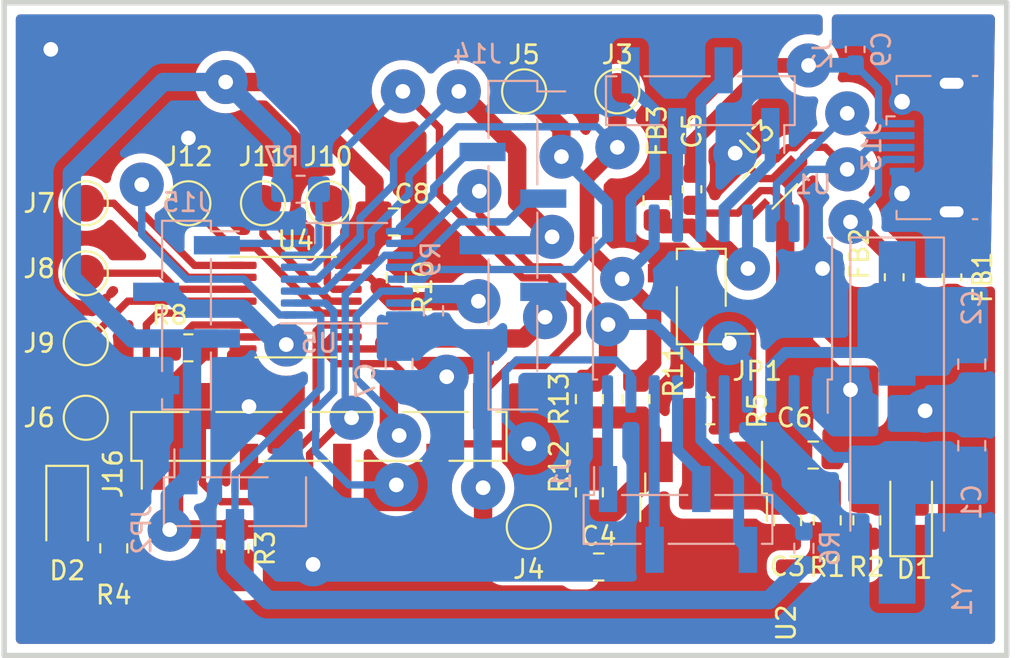
<source format=kicad_pcb>
(kicad_pcb (version 20210126) (generator pcbnew)
  (layers (0 "F.Cu" signal) (31 "B.Cu" signal) (34 "B.Paste" user) (35 "F.Paste" user) (36 "B.SilkS" user "B.Silkscreen") (37 "F.SilkS" user "F.Silkscreen") (38 "B.Mask" user) (39 "F.Mask" user) (44 "Edge.Cuts" user))
  (net 0 "")
  (net 1 "GNDD")
  (net 2 "Net-(C1-Pad1)")
  (net 3 "Net-(C2-Pad2)")
  (net 4 "+5V")
  (net 5 "+3V3")
  (net 6 "Net-(C5-Pad2)")
  (net 7 "GND2")
  (net 8 "VBUS")
  (net 9 "Net-(D1-Pad2)")
  (net 10 "Net-(D2-Pad2)")
  (net 11 "GND1")
  (net 12 "/GPIO1")
  (net 13 "/GPIO3")
  (net 14 "/GPIO2")
  (net 15 "/GPIO4")
  (net 16 "/GPIO5")
  (net 17 "/GPIO7")
  (net 18 "/GPIO6")
  (net 19 "/GPIO8")
  (net 20 "/MISO")
  (net 21 "/MOSI")
  (net 22 "/SCK")
  (net 23 "Net-(J7-Pad1)")
  (net 24 "Net-(J8-Pad1)")
  (net 25 "Net-(J9-Pad1)")
  (net 26 "Net-(J10-Pad1)")
  (net 27 "Net-(J11-Pad1)")
  (net 28 "Net-(J12-Pad1)")
  (net 29 "/USB_D-")
  (net 30 "/USB_D+")
  (net 31 "/DO")
  (net 32 "/~CS")
  (net 33 "/DI")
  (net 34 "/SCLK")
  (net 35 "/DAT1{slash}~IRQ")
  (net 36 "/DAT1_snif")
  (net 37 "/CLK_snif")
  (net 38 "/CD_snif")
  (net 39 "/DAT0_snif")
  (net 40 "/CMD_snif")
  (net 41 "/DAT2_snif")
  (net 42 "Net-(JP1-Pad1)")
  (net 43 "/SELECT")
  (net 44 "Net-(R1-Pad2)")
  (net 45 "Net-(R3-Pad2)")
  (net 46 "/GPIO0")
  (net 47 "Net-(R8-Pad2)")
  (net 48 "/EN")
  (net 49 "/DAT2")
  (net 50 "Net-(R7-Pad2)")
  (footprint "Capacitor_SMD:C_0805_2012Metric_Pad1.18x1.45mm_HandSolder" (layer "F.Cu") (at 139.7 146.304)
    (fp_text reference "C4")
    (fp_text value "1u")
  )
  (footprint "TestPoint:TestPoint_Pad_D2.0mm" (layer "F.Cu") (at 111.76 138.176)
    (fp_text reference "J6")
    (fp_text value "Conn_01x01")
  )
  (footprint "Inductor_SMD:L_0603_1608Metric_Pad1.05x0.95mm_HandSolder" (layer "F.Cu") (at 158.941516 130.530859 90)
    (fp_text reference "FB1")
    (fp_text value "Ferrite_Bead")
  )
  (footprint "TestPoint:TestPoint_Pad_D2.0mm" (layer "F.Cu") (at 111.76 126.492)
    (fp_text reference "J7")
    (fp_text value "Conn_01x01")
  )
  (footprint "Capacitor_SMD:C_0805_2012Metric_Pad1.18x1.45mm_HandSolder" (layer "F.Cu") (at 142.875 126.365 -90)
    (fp_text reference "C5")
    (fp_text value "0.47u")
  )
  (footprint "Package_SO:TSSOP-16_4.4x5mm_P0.65mm" (layer "F.Cu") (at 123.19 132.151)
    (fp_text reference "U4")
    (fp_text value "SN3257QPWRQ1")
  )
  (footprint "TestPoint:TestPoint_Pad_D2.0mm" (layer "F.Cu") (at 111.76 130.302)
    (fp_text reference "J8")
    (fp_text value "Conn_01x01")
  )
  (footprint "Resistor_SMD:R_0805_2012Metric_Pad1.20x1.40mm_HandSolder" (layer "F.Cu") (at 139.192 137.16 90)
    (fp_text reference "R13")
    (fp_text value "10k")
  )
  (footprint "Resistor_SMD:R_0805_2012Metric_Pad1.20x1.40mm_HandSolder" (layer "F.Cu") (at 139.192 142.24 -90)
    (fp_text reference "R12")
    (fp_text value "10k")
  )
  (footprint "Package_TO_SOT_SMD:TO-252-2" (layer "F.Cu") (at 145.415 144.78 -90)
    (fp_text reference "U2")
    (fp_text value "LF33_TO252")
  )
  (footprint "Resistor_SMD:R_0805_2012Metric_Pad1.20x1.40mm_HandSolder" (layer "F.Cu") (at 154.305 143.764 90)
    (fp_text reference "R2")
    (fp_text value "200")
  )
  (footprint "Capacitor_SMD:C_0805_2012Metric_Pad1.18x1.45mm_HandSolder" (layer "F.Cu") (at 128.524 127.508 180)
    (fp_text reference "C8")
    (fp_text value "1u")
  )
  (footprint "Resistor_SMD:R_0805_2012Metric_Pad1.20x1.40mm_HandSolder" (layer "F.Cu") (at 119.888 145.288 -90)
    (fp_text reference "R3")
    (fp_text value "110")
  )
  (footprint "TestPoint:TestPoint_Pad_D2.0mm" (layer "F.Cu") (at 124.968 126.492)
    (fp_text reference "J10")
    (fp_text value "Conn_01x01")
  )
  (footprint "TestPoint:TestPoint_Pad_D2.0mm" (layer "F.Cu") (at 135.89 144.1196)
    (fp_text reference "J4")
    (fp_text value "Conn_01x01")
  )
  (footprint "Connector_PinHeader_2.54mm:PinHeader_1x08_P2.54mm_Vertical_SMD_Pin1Left" (layer "F.Cu") (at 124.46 139.192 90)
    (fp_text reference "J16")
    (fp_text value "Conn_01x08")
  )
  (footprint "TestPoint:TestPoint_Pad_D2.0mm" (layer "F.Cu") (at 111.76 134.112)
    (fp_text reference "J9")
    (fp_text value "Conn_01x01")
  )
  (footprint "Capacitor_SMD:C_0805_2012Metric_Pad1.18x1.45mm_HandSolder" (layer "F.Cu") (at 149.987 143.764 -90)
    (fp_text reference "C3")
    (fp_text value "1u")
  )
  (footprint "Resistor_SMD:R_0603_1608Metric_Pad0.98x0.95mm_HandSolder" (layer "F.Cu") (at 128.6764 130.556 -90)
    (fp_text reference "R10")
    (fp_text value "0R")
  )
  (footprint "Package_TO_SOT_SMD:SOT-363_SC-70-6_Handsoldering" (layer "F.Cu") (at 148.844 125.476 -135)
    (fp_text reference "U3")
    (fp_text value "D1213A-04S")
  )
  (footprint "TestPoint:TestPoint_Pad_D2.0mm" (layer "F.Cu") (at 140.716 120.396)
    (fp_text reference "J3")
    (fp_text value "Conn_01x01")
  )
  (footprint "LED_SMD:LED_1206_3216Metric_Pad1.42x1.75mm_HandSolder" (layer "F.Cu") (at 110.744 143.256 -90)
    (fp_text reference "D2")
    (fp_text value "GREEN_LED")
  )
  (footprint "Capacitor_SMD:C_0805_2012Metric_Pad1.18x1.45mm_HandSolder" (layer "F.Cu") (at 151.384 140.208 180)
    (fp_text reference "C6")
    (fp_text value "1u")
  )
  (footprint "Resistor_SMD:R_0805_2012Metric_Pad1.20x1.40mm_HandSolder" (layer "F.Cu") (at 113.284 145.288 90)
    (fp_text reference "R4")
    (fp_text value "110")
  )
  (footprint "Resistor_SMD:R_0805_2012Metric_Pad1.20x1.40mm_HandSolder" (layer "F.Cu") (at 152.146 143.764 -90)
    (fp_text reference "R1")
    (fp_text value "180")
  )
  (footprint "Inductor_SMD:L_0603_1608Metric_Pad1.05x0.95mm_HandSolder" (layer "F.Cu") (at 144.78 125.73 90)
    (fp_text reference "FB3")
    (fp_text value "Ferrite_Bead")
  )
  (footprint "Connector_PinHeader_2.54mm:PinHeader_1x02_P2.54mm_Vertical_SMD_Pin1Left" (layer "F.Cu") (at 145.288 131.572 180)
    (fp_text reference "JP1")
    (fp_text value "Jumper")
  )
  (footprint "LED_SMD:LED_1206_3216Metric_Pad1.42x1.75mm_HandSolder" (layer "F.Cu") (at 156.718 143.256 90)
    (fp_text reference "D1")
    (fp_text value "RED_LED")
  )
  (footprint "TestPoint:TestPoint_Pad_D2.0mm" (layer "F.Cu") (at 135.636 120.396)
    (fp_text reference "J5")
    (fp_text value "Conn_01x01")
  )
  (footprint "Resistor_SMD:R_0805_2012Metric_Pad1.20x1.40mm_HandSolder" (layer "F.Cu") (at 145.78 137.795)
    (fp_text reference "R5")
    (fp_text value "10k")
  )
  (footprint "Inductor_SMD:L_0603_1608Metric_Pad1.05x0.95mm_HandSolder" (layer "F.Cu") (at 155.796544 130.522381 90)
    (fp_text reference "FB2")
    (fp_text value "Ferrite_Bead")
  )
  (footprint "Resistor_SMD:R_0805_2012Metric_Pad1.20x1.40mm_HandSolder" (layer "F.Cu") (at 141.732 137.16 90)
    (fp_text reference "R11")
    (fp_text value "10k")
  )
  (footprint "TestPoint:TestPoint_Pad_D2.0mm" (layer "F.Cu") (at 117.348 126.492)
    (fp_text reference "J12")
    (fp_text value "Conn_01x01")
  )
  (footprint "TestPoint:TestPoint_Pad_D2.0mm" (layer "F.Cu") (at 121.412 126.492)
    (fp_text reference "J11")
    (fp_text value "Conn_01x01")
  )
  (footprint "Resistor_SMD:R_0805_2012Metric_Pad1.20x1.40mm_HandSolder" (layer "F.Cu") (at 117.348 134.366 180)
    (fp_text reference "R8")
    (fp_text value "10k")
  )
  (footprint "Capacitor_SMD:C_0805_2012Metric_Pad1.18x1.45mm_HandSolder" (layer "B.Cu") (at 160.02 139.7 90)
    (fp_text reference "C1")
    (fp_text value "27p")
  )
  (footprint "Package_SO:TSSOP-16_4.4x5mm_P0.65mm" (layer "B.Cu") (at 125.984 130.302)
    (fp_text reference "U5")
    (fp_text value "SN3257QPWRQ1")
  )
  (footprint "Capacitor_SMD:C_0805_2012Metric_Pad1.18x1.45mm_HandSolder" (layer "B.Cu") (at 128.8288 135.2296 90)
    (fp_text reference "C7")
    (fp_text value "1u")
  )
  (footprint "Package_SO:SOIC-20W_7.5x12.8mm_P1.27mm" (layer "B.Cu") (at 145.8976 132.2324 90)
    (fp_text reference "U1")
    (fp_text value "MCP2210")
  )
  (footprint "Connector_PinHeader_2.54mm:PinHeader_1x07_P2.54mm_Vertical_SMD_Pin1Left" (layer "B.Cu") (at 135.0264 128.778 180)
    (fp_text reference "J14")
    (fp_text value "Conn_01x07")
  )
  (footprint "Resistor_SMD:R_0805_2012Metric_Pad1.20x1.40mm_HandSolder" (layer "B.Cu") (at 123.46 125.73)
    (fp_text reference "R7")
    (fp_text value "10k")
  )
  (footprint "Resistor_SMD:R_0603_1608Metric_Pad0.98x0.95mm_HandSolder" (layer "B.Cu") (at 130.699495 132.350645 90)
    (fp_text reference "R9")
    (fp_text value "0R")
  )
  (footprint "Connector_PinHeader_2.54mm:PinHeader_1x04_P2.54mm_Vertical_SMD_Pin1Left" (layer "B.Cu") (at 117.2464 132.588 180)
    (fp_text reference "J15")
    (fp_text value "Conn_01x04")
  )
  (footprint "Connector_PinHeader_2.54mm:PinHeader_1x04_P2.54mm_Vertical_SMD_Pin1Left" (layer "B.Cu") (at 144.018 143.7132 -90)
    (fp_text reference "J1")
    (fp_text value "Conn_01x04")
  )
  (footprint "Capacitor_SMD:C_0805_2012Metric_Pad1.18x1.45mm_HandSolder" (layer "B.Cu") (at 160.02 135.255 90)
    (fp_text reference "C2")
    (fp_text value "27p")
  )
  (footprint "Connector_PinHeader_2.54mm:PinHeader_1x03_P2.54mm_Vertical_SMD_Pin1Left" (layer "B.Cu") (at 119.888 142.748 -90)
    (fp_text reference "JP2")
    (fp_text value "Jumper_NC_Dual")
  )
  (footprint "Capacitor_SMD:C_0603_1608Metric_Pad1.08x0.95mm_HandSolder" (layer "B.Cu") (at 153.67 118.11 90)
    (fp_text reference "C9")
    (fp_text value "10n")
  )
  (footprint "Connector_PinHeader_2.54mm:PinHeader_1x04_P2.54mm_Vertical_SMD_Pin1Left" (layer "B.Cu") (at 145.2372 120.904 90)
    (fp_text reference "J2")
    (fp_text value "Conn_01x04")
  )
  (footprint "Resistor_SMD:R_0603_1608Metric_Pad0.98x0.95mm_HandSolder" (layer "B.Cu") (at 150.876 145.288 90)
    (fp_text reference "R6")
    (fp_text value "0R")
  )
  (footprint "Crystal:Crystal_SMD_HC49-SD_HandSoldering" (layer "B.Cu") (at 155.956 138.43 -90)
    (fp_text reference "Y1")
    (fp_text value "12MHz/0.25%")
  )
  (footprint "Connector_USB:USB_Micro-B_Molex-105017-0001" (layer "B.Cu") (at 157.686079 123.457576 -90)
    (fp_text reference "J13")
    (fp_text value "USB_B_Micro")
  )
  (gr_rect (start 107.315 115.57) (end 161.925 151.13) (layer "Edge.Cuts") (width 0.3) (fill none))
  (segment (start 147.828 124.46) (end 147.32 123.952) (width 0.4) (layer "F.Cu") (net 1))
  (segment (start 147.828 124.46) (end 147.133918 123.765918) (width 0.4) (layer "F.Cu") (net 1))
  (segment (start 149.1723 125.1477) (end 148.5157 125.1477) (width 0.4) (layer "F.Cu") (net 1))
  (segment (start 149.784452 124.535548) (end 149.1723 125.1477) (width 0.4) (layer "F.Cu") (net 1))
  (segment (start 148.5157 125.1477) (end 147.828 124.46) (width 0.4) (layer "F.Cu") (net 1))
  (via (at 117.348 122.936) (size 2.4) (drill 0.8) (layers "F.Cu" "B.Cu") (net 1))
  (via (at 109.855 118.11) (size 2.4) (drill 0.8) (layers "F.Cu" "B.Cu") (net 1))
  (via (at 120.65 137.5664) (size 2.4) (drill 0.8) (layers "F.Cu" "B.Cu") (net 1))
  (via (at 147.133918 123.765918) (size 2.4) (drill 0.8) (layers "F.Cu" "B.Cu") (net 1))
  (via (at 151.892 130.048) (size 2.4) (drill 0.8) (layers "F.Cu" "B.Cu") (net 1))
  (via (at 124.139747 146.16261) (size 2.4) (drill 0.8) (layers "F.Cu" "B.Cu") (net 1))
  (via (at 157.48 137.795) (size 2.4) (drill 0.8) (layers "F.Cu" "B.Cu") (net 1))
  (via (at 131.4196 135.9408) (size 2.4) (drill 0.8) (layers "F.Cu" "B.Cu") (net 1))
  (segment (start 151.6126 127.5824) (end 151.6126 129.7686) (width 0.6) (layer "B.Cu") (net 1))
  (segment (start 151.6126 129.7686) (end 151.892 130.048) (width 0.6) (layer "B.Cu") (net 1))
  (segment (start 155.956 142.621) (end 155.956 144.3675) (width 0.6) (layer "B.Cu") (net 2))
  (segment (start 152.4 140.335) (end 153.67 140.335) (width 0.6) (layer "B.Cu") (net 2))
  (segment (start 153.67 140.335) (end 155.956 142.621) (width 0.6) (layer "B.Cu") (net 2))
  (segment (start 150.3426 138.2776) (end 152.4 140.335) (width 0.6) (layer "B.Cu") (net 2))
  (segment (start 150.3426 138.2776) (end 150.3426 136.8824) (width 0.6) (layer "B.Cu") (net 2))
  (segment (start 149.0726 135.4074) (end 149.0726 136.8824) (width 0.6) (layer "B.Cu") (net 3))
  (segment (start 155.448 134.62) (end 149.86 134.62) (width 0.6) (layer "B.Cu") (net 3))
  (segment (start 149.86 134.62) (end 149.0726 135.4074) (width 0.6) (layer "B.Cu") (net 3))
  (segment (start 155.956 131.2225) (end 155.956 134.112) (width 0.6) (layer "B.Cu") (net 3))
  (segment (start 155.956 134.112) (end 155.448 134.62) (width 0.6) (layer "B.Cu") (net 3))
  (segment (start 149.86 132.588) (end 149.86 126.746) (width 1) (layer "F.Cu") (net 4))
  (segment (start 147.903548 126.416452) (end 147.291396 127.028604) (width 0.4) (layer "F.Cu") (net 4))
  (segment (start 147.291396 127.028604) (end 145.203604 127.028604) (width 0.4) (layer "F.Cu") (net 4))
  (segment (start 147.903548 126.416452) (end 148.5157 125.8043) (width 0.4) (layer "F.Cu") (net 4))
  (segment (start 153.416 136.652) (end 153.416 136.144) (width 0.6) (layer "F.Cu") (net 4))
  (segment (start 149.86 132.588) (end 149.86 133.096) (width 1) (layer "F.Cu") (net 4))
  (segment (start 148.5157 125.8043) (end 149.1723 125.8043) (width 0.4) (layer "F.Cu") (net 4))
  (segment (start 149.86 126.492) (end 149.86 126.746) (width 0.4) (layer "F.Cu") (net 4))
  (segment (start 149.86 126.746) (end 149.86 127.508) (width 0.4) (layer "F.Cu") (net 4))
  (segment (start 149.1723 125.8043) (end 149.86 126.492) (width 0.4) (layer "F.Cu") (net 4))
  (segment (start 150.0245 142.764) (end 149.987 142.7265) (width 1.2) (layer "F.Cu") (net 4))
  (segment (start 145.203604 127.028604) (end 144.78 126.605) (width 0.4) (layer "F.Cu") (net 4))
  (segment (start 149.86 133.096) (end 153.416 136.652) (width 1) (layer "F.Cu") (net 4))
  (via (at 153.416 136.652) (size 2.4) (drill 0.8) (layers "F.Cu" "B.Cu") (net 4))
  (segment (start 134.5184 146.304) (end 133.4008 145.1864) (width 1) (layer "F.Cu") (net 5))
  (segment (start 133.4008 141.986) (end 133.4008 144.4752) (width 0.8) (layer "F.Cu") (net 5))
  (segment (start 123.4092 144.288) (end 119.888 144.288) (width 0.8) (layer "F.Cu") (net 5))
  (segment (start 127.4865 127.508) (end 127.4865 125.3529) (width 1) (layer "F.Cu") (net 5))
  (segment (start 122.215399 144.262599) (end 123.383799 144.262599) (width 1) (layer "F.Cu") (net 5))
  (segment (start 116.332 144.272) (end 119.872 144.272) (width 0.8) (layer "F.Cu") (net 5))
  (segment (start 116.670011 143.933989) (end 116.670011 136.141969) (width 0.8) (layer "F.Cu") (net 5))
  (segment (start 122.0216 119.888) (end 119.38 119.888) (width 1) (layer "F.Cu") (net 5))
  (segment (start 133.4008 144.4752) (end 133.4008 145.1864) (width 0.8) (layer "F.Cu") (net 5))
  (segment (start 133.4008 141.986) (end 133.4008 145.1864) (width 1) (layer "F.Cu") (net 5))
  (segment (start 124.984 144.288) (end 125.492 144.288) (width 0.8) (layer "F.Cu") (net 5))
  (segment (start 116.670011 136.141969) (end 118.348 134.46398) (width 0.8) (layer "F.Cu") (net 5))
  (segment (start 141.732 138.16) (end 142.248 138.676) (width 1.2) (layer "F.Cu") (net 5))
  (segment (start 142.494 141.224) (end 140.478 143.24) (width 1.2) (layer "F.Cu") (net 5))
  (segment (start 122.215399 144.262599) (end 133.188199 144.262599) (width 1) (layer "F.Cu") (net 5))
  (segment (start 139.192 138.16) (end 141.732 138.16) (width 1.2) (layer "F.Cu") (net 5))
  (segment (start 133.188199 144.262599) (end 133.4008 144.4752) (width 1) (layer "F.Cu") (net 5))
  (segment (start 116.341401 144.262599) (end 125.974599 144.262599) (width 1) (layer "F.Cu") (net 5))
  (segment (start 127.4865 125.3529) (end 122.0216 119.888) (width 1) (layer "F.Cu") (net 5))
  (segment (start 126.0525 128.942) (end 127.4865 127.508) (width 0.4) (layer "F.Cu") (net 5))
  (segment (start 142.248 138.676) (end 142.494 138.922) (width 1.2) (layer "F.Cu") (net 5))
  (segment (start 118.348 134.46398) (end 118.348 134.366) (width 0.8) (layer "F.Cu") (net 5))
  (segment (start 116.332 144.272) (end 116.341401 144.262599) (width 1) (layer "F.Cu") (net 5))
  (segment (start 126 144.288) (end 124.984 144.288) (width 0.8) (layer "F.Cu") (net 5))
  (segment (start 126.0525 129.876) (end 126.0525 128.942) (width 0.4) (layer "F.Cu") (net 5))
  (segment (start 138.6625 146.304) (end 138.6625 143.7695) (width 1) (layer "F.Cu") (net 5))
  (segment (start 138.6625 143.7695) (end 139.192 143.24) (width 1) (layer "F.Cu") (net 5))
  (segment (start 133.4008 144.4752) (end 133.2136 144.288) (width 0.8) (layer "F.Cu") (net 5))
  (segment (start 124.984 144.288) (end 123.4092 144.288) (width 0.8) (layer "F.Cu") (net 5))
  (segment (start 140.478 143.24) (end 139.192 143.24) (width 1.2) (layer "F.Cu") (net 5))
  (segment (start 142.494 138.922) (end 142.494 141.224) (width 1.2) (layer "F.Cu") (net 5))
  (segment (start 116.341401 144.262599) (end 122.215399 144.262599) (width 1) (layer "F.Cu") (net 5))
  (segment (start 125.73 144.05) (end 125.73 140.847) (width 1) (layer "F.Cu") (net 5))
  (segment (start 119.872 144.272) (end 119.888 144.288) (width 0.8) (layer "F.Cu") (net 5))
  (segment (start 133.2136 144.288) (end 126 144.288) (width 0.8) (layer "F.Cu") (net 5))
  (segment (start 138.6625 146.304) (end 134.5184 146.304) (width 1) (layer "F.Cu") (net 5))
  (segment (start 116.332 144.272) (end 116.670011 143.933989) (width 0.8) (layer "F.Cu") (net 5))
  (via (at 133.4008 141.986) (size 2.4) (drill 0.8) (layers "F.Cu" "B.Cu") (net 5))
  (via (at 119.38 119.888) (size 2.4) (drill 0.8) (layers "F.Cu" "B.Cu") (net 5))
  (via (at 116.332 144.272) (size 2.4) (drill 0.8) (layers "F.Cu" "B.Cu") (net 5))
  (segment (start 128.8465 132.577) (end 128.8465 134.1744) (width 0.4) (layer "B.Cu") (net 5))
  (segment (start 117.602 133.858) (end 114.3 133.858) (width 0.8) (layer "B.Cu") (net 5))
  (segment (start 115.9764 119.888) (end 110.998 124.8664) (width 1) (layer "B.Cu") (net 5))
  (segment (start 119.38 119.888) (end 115.9764 119.888) (width 1) (layer "B.Cu") (net 5))
  (segment (start 133.3714 141.9566) (end 133.4008 141.986) (width 1) (layer "B.Cu") (net 5))
  (segment (start 128.8465 132.577) (end 130.01335 132.577) (width 0.4) (layer "B.Cu") (net 5))
  (segment (start 133.3714 133.858) (end 131.29435 133.858) (width 0.8) (layer "B.Cu") (net 5))
  (segment (start 117.602 133.858) (end 117.546411 133.913589) (width 1) (layer "B.Cu") (net 5))
  (segment (start 130.01335 132.577) (end 130.699495 133.263145) (width 0.4) (layer "B.Cu") (net 5))
  (segment (start 118.9014 133.858) (end 114.3 133.858) (width 1) (layer "B.Cu") (net 5))
  (segment (start 122.46 125.73) (end 122.46 122.968) (width 1) (layer "B.Cu") (net 5))
  (segment (start 110.998 130.556) (end 110.998 124.8664) (width 1) (layer "B.Cu") (net 5))
  (segment (start 128.8465 134.1744) (end 128.8288 134.1921) (width 0.4) (layer "B.Cu") (net 5))
  (segment (start 114.3 133.858) (end 110.998 130.556) (width 1) (layer "B.Cu") (net 5))
  (segment (start 116.332 142.4432) (end 116.332 144.272) (width 1) (layer "B.Cu") (net 5))
  (segment (start 117.546411 141.228789) (end 116.332 142.4432) (width 1) (layer "B.Cu") (net 5))
  (segment (start 122.46 122.968) (end 119.38 119.888) (width 1) (layer "B.Cu") (net 5))
  (segment (start 131.29435 133.858) (end 130.699495 133.263145) (width 0.8) (layer "B.Cu") (net 5))
  (segment (start 133.3714 133.858) (end 133.3714 141.9566) (width 1) (layer "B.Cu") (net 5))
  (segment (start 117.546411 133.913589) (end 117.546411 141.228789) (width 1) (layer "B.Cu") (net 5))
  (segment (start 118.9014 133.858) (end 117.602 133.858) (width 0.8) (layer "B.Cu") (net 5))
  (segment (start 147.828 130.048) (end 147.828 129.5185) (width 1) (layer "F.Cu") (net 6))
  (segment (start 146.685 128.905) (end 145.9486 128.905) (width 0.8) (layer "F.Cu") (net 6))
  (segment (start 147.828 130.048) (end 146.685 128.905) (width 0.8) (layer "F.Cu") (net 6))
  (segment (start 144.77362 127.73002) (end 143.20252 127.73002) (width 0.8) (layer "F.Cu") (net 6))
  (segment (start 145.9486 128.905) (end 144.77362 127.73002) (width 0.8) (layer "F.Cu") (net 6))
  (segment (start 143.20252 127.73002) (end 142.875 127.4025) (width 0.8) (layer "F.Cu") (net 6))
  (via (at 147.828 130.048) (size 2.4) (drill 0.8) (layers "F.Cu" "B.Cu") (net 6))
  (segment (start 147.8026 130.0226) (end 147.828 130.048) (width 0.6) (layer "B.Cu") (net 6))
  (segment (start 147.8026 127.5824) (end 147.8026 130.0226) (width 0.6) (layer "B.Cu") (net 6))
  (segment (start 144.78 124.855) (end 144.78 123.192957) (width 0.8) (layer "F.Cu") (net 8))
  (segment (start 148.988074 118.984884) (end 151.13 118.984884) (width 0.8) (layer "F.Cu") (net 8))
  (segment (start 147.321479 120.651479) (end 148.988074 118.984884) (width 0.8) (layer "F.Cu") (net 8))
  (segment (start 147.321479 120.651479) (end 148.988073 118.984884) (width 0.8) (layer "F.Cu") (net 8))
  (segment (start 144.78 123.192957) (end 147.321479 120.651479) (width 0.8) (layer "F.Cu") (net 8))
  (via (at 151.13 118.984884) (size 2.4) (drill 0.8) (layers "F.Cu" "B.Cu") (net 8))
  (segment (start 153.67 118.9725) (end 151.142384 118.9725) (width 0.8) (layer "B.Cu") (net 8))
  (segment (start 154.94 121.92) (end 154.94 120.2425) (width 0.4) (layer "B.Cu") (net 8))
  (segment (start 156.223579 122.157576) (end 155.177576 122.157576) (width 0.4) (layer "B.Cu") (net 8))
  (segment (start 155.177576 122.157576) (end 154.94 121.92) (width 0.4) (layer "B.Cu") (net 8))
  (segment (start 154.94 120.2425) (end 153.67 118.9725) (width 0.4) (layer "B.Cu") (net 8))
  (segment (start 151.142384 118.9725) (end 151.13 118.984884) (width 0.8) (layer "B.Cu") (net 8))
  (segment (start 111.1995 144.288) (end 110.744 144.7435) (width 0.8) (layer "F.Cu") (net 10))
  (segment (start 113.284 144.288) (end 111.1995 144.288) (width 0.8) (layer "F.Cu") (net 10))
  (segment (start 153.657163 127.508) (end 155.796544 129.647381) (width 0.8) (layer "F.Cu") (net 11))
  (segment (start 153.416 127.508) (end 153.657163 127.508) (width 0.8) (layer "F.Cu") (net 11))
  (via (at 153.416 127.508) (size 2.4) (drill 0.8) (layers "F.Cu" "B.Cu") (net 11))
  (segment (start 154.94 125.984) (end 153.416 127.508) (width 0.4) (layer "B.Cu") (net 11))
  (segment (start 154.94 124.46) (end 154.94 125.506173) (width 0.4) (layer "B.Cu") (net 11))
  (segment (start 154.94 125.506173) (end 154.94 125.984) (width 0.4) (layer "B.Cu") (net 11))
  (segment (start 155.292424 124.107576) (end 154.94 124.46) (width 0.4) (layer "B.Cu") (net 11))
  (segment (start 156.223579 124.107576) (end 155.292424 124.107576) (width 0.4) (layer "B.Cu") (net 11))
  (segment (start 137.06798 129.95598) (end 137.57598 129.95598) (width 0.4) (layer "F.Cu") (net 12))
  (segment (start 140.208 135.144) (end 140.208 133.096) (width 1) (layer "F.Cu") (net 12))
  (segment (start 139.192 136.16) (end 140.208 135.144) (width 1) (layer "F.Cu") (net 12))
  (segment (start 140.208 132.588) (end 140.208 133.096) (width 0.4) (layer "F.Cu") (net 12))
  (segment (start 137.57598 129.95598) (end 140.208 132.588) (width 0.4) (layer "F.Cu") (net 12))
  (segment (start 133.1976 125.8316) (end 133.1976 127.1016) (width 0.4) (layer "F.Cu") (net 12))
  (segment (start 136.05198 129.95598) (end 137.06798 129.95598) (width 0.4) (layer "F.Cu") (net 12))
  (segment (start 133.1976 127.1016) (end 136.05198 129.95598) (width 0.4) (layer "F.Cu") (net 12))
  (via (at 140.208 133.096) (size 2.4) (drill 0.8) (layers "F.Cu" "B.Cu") (net 12))
  (via (at 133.1976 125.8316) (size 2.4) (drill 0.8) (layers "F.Cu" "B.Cu") (net 12))
  (segment (start 128.8465 128.677) (end 129.641136 128.677) (width 0.4) (layer "B.Cu") (net 12))
  (segment (start 132.486536 125.8316) (end 133.1976 125.8316) (width 0.4) (layer "B.Cu") (net 12))
  (segment (start 129.641136 128.677) (end 132.486536 125.8316) (width 0.4) (layer "B.Cu") (net 12))
  (segment (start 145.2626 136.8824) (end 145.2626 135.6614) (width 0.6) (layer "B.Cu") (net 12))
  (segment (start 142.748 133.096) (end 140.208 133.096) (width 0.6) (layer "B.Cu") (net 12))
  (segment (start 147.32 141.43518) (end 147.32 144.8602) (width 0.6) (layer "B.Cu") (net 12))
  (segment (start 145.288 135.636) (end 142.748 133.096) (width 0.6) (layer "B.Cu") (net 12))
  (segment (start 147.32 144.8602) (end 147.828 145.3682) (width 0.6) (layer "B.Cu") (net 12))
  (segment (start 145.2626 135.6614) (end 145.288 135.636) (width 0.6) (layer "B.Cu") (net 12))
  (segment (start 145.2626 136.8824) (end 145.2626 139.37778) (width 0.6) (layer "B.Cu") (net 12))
  (segment (start 145.2626 139.37778) (end 147.32 141.43518) (width 0.6) (layer "B.Cu") (net 12))
  (segment (start 142.7226 145.3428) (end 142.748 145.3682) (width 0.6) (layer "B.Cu") (net 13))
  (segment (start 142.7226 136.8824) (end 142.7226 145.3428) (width 0.6) (layer "B.Cu") (net 13))
  (segment (start 143.9926 136.8824) (end 143.9926 139.9286) (width 0.6) (layer "B.Cu") (net 14))
  (segment (start 143.9926 139.9286) (end 145.288 141.224) (width 0.6) (layer "B.Cu") (net 14))
  (segment (start 145.288 141.224) (end 145.288 142.0582) (width 0.6) (layer "B.Cu") (net 14))
  (segment (start 140.1826 136.8824) (end 140.1826 142.0328) (width 0.6) (layer "B.Cu") (net 15))
  (segment (start 140.1826 142.0328) (end 140.208 142.0582) (width 0.6) (layer "B.Cu") (net 15))
  (segment (start 142.748 124.968) (end 142.748 121.412) (width 0.6) (layer "B.Cu") (net 16))
  (segment (start 141.4526 126.2634) (end 142.748 124.968) (width 0.6) (layer "B.Cu") (net 16))
  (segment (start 142.748 121.412) (end 141.4272 120.0912) (width 0.6) (layer "B.Cu") (net 16))
  (segment (start 141.4526 127.5824) (end 141.4526 126.2634) (width 0.6) (layer "B.Cu") (net 16))
  (segment (start 142.748 121.412) (end 141.732 120.396) (width 0.6) (layer "B.Cu") (net 16))
  (segment (start 141.4272 120.0912) (end 141.4272 119.249) (width 0.6) (layer "B.Cu") (net 16))
  (segment (start 145.2626 122.9614) (end 145.2626 120.9294) (width 0.6) (layer "B.Cu") (net 17))
  (segment (start 145.2626 120.9294) (end 146.5072 119.6848) (width 0.6) (layer "B.Cu") (net 17))
  (segment (start 145.2626 127.5824) (end 145.2626 122.9614) (width 0.6) (layer "B.Cu") (net 17))
  (segment (start 145.2626 122.9614) (end 145.2626 122.4534) (width 0.6) (layer "B.Cu") (net 17))
  (segment (start 146.5072 119.6848) (end 146.5072 119.249) (width 0.6) (layer "B.Cu") (net 17))
  (segment (start 143.9672 122.559) (end 143.9672 124.6632) (width 0.4) (layer "B.Cu") (net 18))
  (segment (start 143.9926 124.6886) (end 143.9926 123.8036) (width 0.6) (layer "B.Cu") (net 18))
  (segment (start 143.9926 127.5824) (end 143.9926 122.5844) (width 0.6) (layer "B.Cu") (net 18))
  (segment (start 143.9672 124.6632) (end 143.9926 124.6886) (width 0.4) (layer "B.Cu") (net 18))
  (segment (start 143.9926 122.5844) (end 143.9672 122.559) (width 0.6) (layer "B.Cu") (net 18))
  (segment (start 143.9926 127.5824) (end 143.9926 124.6886) (width 0.6) (layer "B.Cu") (net 18))
  (segment (start 146.5326 126.7714) (end 149.0472 124.2568) (width 0.6) (layer "B.Cu") (net 19))
  (segment (start 149.0472 124.2568) (end 149.0472 123.7782) (width 0.6) (layer "B.Cu") (net 19))
  (segment (start 149.0472 124.2568) (end 149.0472 122.559) (width 0.6) (layer "B.Cu") (net 19))
  (segment (start 146.5326 127.5824) (end 146.5326 126.7714) (width 0.6) (layer "B.Cu") (net 19))
  (segment (start 142.708838 135.183162) (end 142.708838 132.343474) (width 0.8) (layer "F.Cu") (net 20))
  (segment (start 139.065 128.905) (end 139.065 125.095) (width 0.8) (layer "F.Cu") (net 20))
  (segment (start 141.732 136.16) (end 142.708838 135.183162) (width 0.8) (layer "F.Cu") (net 20))
  (segment (start 140.977998 130.612634) (end 140.772634 130.612634) (width 0.8) (layer "F.Cu") (net 20))
  (segment (start 142.708838 132.343474) (end 140.977998 130.612634) (width 0.8) (layer "F.Cu") (net 20))
  (segment (start 140.716 120.396) (end 140.716 123.444) (width 1) (layer "F.Cu") (net 20))
  (segment (start 140.772634 130.612634) (end 139.065 128.905) (width 0.8) (layer "F.Cu") (net 20))
  (segment (start 139.065 125.095) (end 140.716 123.444) (width 0.8) (layer "F.Cu") (net 20))
  (segment (start 139.065 128.905) (end 139.065 128.397) (width 0.8) (layer "F.Cu") (net 20))
  (via (at 140.716 123.444) (size 2.4) (drill 0.8) (layers "F.Cu" "B.Cu") (net 20))
  (via (at 140.977998 130.612634) (size 2.4) (drill 0.8) (layers "F.Cu" "B.Cu") (net 20))
  (segment (start 129.368017 125.984) (end 129.368017 124.968) (width 0.4) (layer "B.Cu") (net 20))
  (segment (start 127.3048 128.047218) (end 129.368017 125.984) (width 0.4) (layer "B.Cu") (net 20))
  (segment (start 142.7226 127.5824) (end 142.7226 128.868032) (width 0.6) (layer "B.Cu") (net 20))
  (segment (start 123.1215 131.277) (end 124.755 131.277) (width 0.4) (layer "B.Cu") (net 20))
  (segment (start 135.7376 122.3264) (end 139.5984 122.3264) (width 0.4) (layer "B.Cu") (net 20))
  (segment (start 135.7376 122.3264) (end 137.7696 122.3264) (width 0.4) (layer "B.Cu") (net 20))
  (segment (start 139.5984 122.3264) (end 140.716 123.444) (width 0.4) (layer "B.Cu") (net 20))
  (segment (start 142.7226 128.868032) (end 140.977998 130.612634) (width 0.6) (layer "B.Cu") (net 20))
  (segment (start 124.755 131.277) (end 127.3048 128.7272) (width 0.4) (layer "B.Cu") (net 20))
  (segment (start 127.3048 128.7272) (end 127.3048 128.047218) (width 0.4) (layer "B.Cu") (net 20))
  (segment (start 138.0744 122.3264) (end 137.7696 122.3264) (width 0.4) (layer "B.Cu") (net 20))
  (segment (start 132.009617 122.3264) (end 135.7376 122.3264) (width 0.4) (layer "B.Cu") (net 20))
  (segment (start 137.7696 122.3264) (end 137.2616 122.3264) (width 0.4) (layer "B.Cu") (net 20))
  (segment (start 129.368017 124.968) (end 132.009617 122.3264) (width 0.4) (layer "B.Cu") (net 20))
  (segment (start 124.90762 134.725756) (end 125.411464 135.2296) (width 0.4) (layer "F.Cu") (net 21))
  (segment (start 129.54 136.2456) (end 129.54 137.2108) (width 0.4) (layer "F.Cu") (net 21))
  (segment (start 126.0525 133.776) (end 125.1516 133.776) (width 0.4) (layer "F.Cu") (net 21))
  (segment (start 131.9276 139.5984) (end 135.89 139.5984) (width 0.4) (layer "F.Cu") (net 21))
  (segment (start 128.524 135.2296) (end 129.54 136.2456) (width 0.4) (layer "F.Cu") (net 21))
  (segment (start 124.90762 134.01998) (end 124.90762 134.725756) (width 0.4) (layer "F.Cu") (net 21))
  (segment (start 125.1516 133.776) (end 124.90762 134.01998) (width 0.4) (layer "F.Cu") (net 21))
  (segment (start 129.54 137.2108) (end 131.9276 139.5984) (width 0.4) (layer "F.Cu") (net 21))
  (segment (start 125.411464 135.2296) (end 128.524 135.2296) (width 0.4) (layer "F.Cu") (net 21))
  (via (at 135.89 139.5984) (size 2.4) (drill 0.8) (layers "F.Cu" "B.Cu") (net 21))
  (segment (start 141.4526 136.8824) (end 141.4526 135.8574) (width 0.4) (layer "B.Cu") (net 21))
  (segment (start 140.6216 135.0264) (end 135.2296 135.0264) (width 0.4) (layer "B.Cu") (net 21))
  (segment (start 134.62 138.3284) (end 135.89 139.5984) (width 0.4) (layer "B.Cu") (net 21))
  (segment (start 141.4526 135.8574) (end 140.6216 135.0264) (width 0.4) (layer "B.Cu") (net 21))
  (segment (start 135.2296 135.0264) (end 134.62 135.636) (width 0.4) (layer "B.Cu") (net 21))
  (segment (start 134.62 135.636) (end 134.62 138.3284) (width 0.4) (layer "B.Cu") (net 21))
  (segment (start 137.668 123.952) (end 137.668 122.428) (width 1) (layer "F.Cu") (net 22))
  (segment (start 137.668 122.428) (end 135.636 120.396) (width 1) (layer "F.Cu") (net 22))
  (via (at 137.668 123.952) (size 2.4) (drill 0.8) (layers "F.Cu" "B.Cu") (net 22))
  (segment (start 130.64975 130.0988) (end 138.3792 130.0988) (width 0.4) (layer "B.Cu") (net 22))
  (segment (start 140.1826 128.2954) (end 140.1826 127.5824) (width 0.4) (layer "B.Cu") (net 22))
  (segment (start 138.3792 130.0988) (end 140.1826 128.2954) (width 0.4) (layer "B.Cu") (net 22))
  (segment (start 130.12155 130.627) (end 130.64975 130.0988) (width 0.4) (layer "B.Cu") (net 22))
  (segment (start 137.668 123.952) (end 140.1826 126.4666) (width 0.6) (layer "B.Cu") (net 22))
  (segment (start 140.1826 126.4666) (end 140.1826 127.5824) (width 0.6) (layer "B.Cu") (net 22))
  (segment (start 128.8465 130.627) (end 130.12155 130.627) (width 0.4) (layer "B.Cu") (net 22))
  (segment (start 113.284 126.492) (end 111.76 126.492) (width 0.4) (layer "F.Cu") (net 23))
  (segment (start 120.3275 130.526) (end 117.318 130.526) (width 0.4) (layer "F.Cu") (net 23))
  (segment (start 117.318 130.526) (end 113.284 126.492) (width 0.4) (layer "F.Cu") (net 23))
  (segment (start 111.76 130.302) (end 115.824 130.302) (width 0.4) (layer "F.Cu") (net 24))
  (segment (start 115.824 130.302) (end 116.205 130.683) (width 0.4) (layer "F.Cu") (net 24))
  (segment (start 120.3275 131.176) (end 116.698 131.176) (width 0.4) (layer "F.Cu") (net 24))
  (segment (start 116.698 131.176) (end 116.205 130.683) (width 0.4) (layer "F.Cu") (net 24))
  (segment (start 114.046 131.826) (end 111.76 134.112) (width 0.4) (layer "F.Cu") (net 25))
  (segment (start 120.3275 131.826) (end 114.046 131.826) (width 0.4) (layer "F.Cu") (net 25))
  (segment (start 126.0525 131.176) (end 125.257864 131.176) (width 0.4) (layer "F.Cu") (net 26))
  (segment (start 125.257864 131.176) (end 124.91498 130.833116) (width 0.4) (layer "F.Cu") (net 26))
  (segment (start 124.91498 130.833116) (end 124.91498 126.54502) (width 0.4) (layer "F.Cu") (net 26))
  (segment (start 124.91498 126.54502) (end 124.968 126.492) (width 0.4) (layer "F.Cu") (net 26))
  (segment (start 125.059308 131.826) (end 121.412 128.178692) (width 0.4) (layer "F.Cu") (net 27))
  (segment (start 121.412 128.178692) (end 121.412 126.492) (width 0.4) (layer "F.Cu") (net 27))
  (segment (start 126.0525 131.826) (end 125.059308 131.826) (width 0.4) (layer "F.Cu") (net 27))
  (segment (start 119.776654 128.920654) (end 117.348 126.492) (width 0.4) (layer "F.Cu") (net 28))
  (segment (start 121.015346 128.920654) (end 119.776654 128.920654) (width 0.4) (layer "F.Cu") (net 28))
  (segment (start 124.570692 132.476) (end 121.015346 128.920654) (width 0.4) (layer "F.Cu") (net 28))
  (segment (start 126.0525 132.476) (end 124.570692 132.476) (width 0.4) (layer "F.Cu") (net 28))
  (segment (start 149.395515 124.075929) (end 149.324833 124.075929) (width 0.4) (layer "F.Cu") (net 29))
  (segment (start 150.396603 123.463777) (end 150.007667 123.463777) (width 0.4) (layer "F.Cu") (net 29))
  (segment (start 153.236998 121.594) (end 152.036998 122.794) (width 0.4) (layer "F.Cu") (net 29))
  (segment (start 151.06638 122.794) (end 150.396603 123.463777) (width 0.4) (layer "F.Cu") (net 29))
  (segment (start 152.036998 122.794) (end 151.06638 122.794) (width 0.4) (layer "F.Cu") (net 29))
  (segment (start 150.007667 123.463777) (end 149.395515 124.075929) (width 0.4) (layer "F.Cu") (net 29))
  (via (at 153.236998 121.594) (size 2.4) (drill 0.8) (layers "F.Cu" "B.Cu") (net 29))
  (segment (start 149.3826 125.448398) (end 149.3826 127.2724) (width 0.4) (layer "B.Cu") (net 29))
  (segment (start 156.6525 122.810472) (end 154.45347 122.810472) (width 0.4) (layer "B.Cu") (net 29))
  (segment (start 153.236998 121.594) (end 149.3826 125.448398) (width 0.4) (layer "B.Cu") (net 29))
  (segment (start 149.3826 127.2724) (end 149.0726 127.5824) (width 0.4) (layer "B.Cu") (net 29))
  (segment (start 154.45347 122.810472) (end 153.236998 121.594) (width 0.4) (layer "B.Cu") (net 29))
  (segment (start 150.856223 123.923397) (end 150.856223 124.312333) (width 0.4) (layer "F.Cu") (net 30))
  (segment (start 151.33562 123.444) (end 150.856223 123.923397) (width 0.4) (layer "F.Cu") (net 30))
  (segment (start 150.244071 124.924485) (end 150.244071 124.995167) (width 0.4) (layer "F.Cu") (net 30))
  (segment (start 153.236998 124.644) (end 152.036998 123.444) (width 0.4) (layer "F.Cu") (net 30))
  (segment (start 150.856223 124.312333) (end 150.244071 124.924485) (width 0.4) (layer "F.Cu") (net 30))
  (segment (start 152.036998 123.444) (end 151.33562 123.444) (width 0.4) (layer "F.Cu") (net 30))
  (via (at 153.236998 124.644) (size 2.4) (drill 0.8) (layers "F.Cu" "B.Cu") (net 30))
  (segment (start 150.0326 127.2724) (end 150.3426 127.5824) (width 0.4) (layer "B.Cu") (net 30))
  (segment (start 156.6525 123.460472) (end 154.420526 123.460472) (width 0.4) (layer "B.Cu") (net 30))
  (segment (start 150.0326 125.717637) (end 150.0326 127.2724) (width 0.4) (layer "B.Cu") (net 30))
  (segment (start 153.236998 124.644) (end 151.106237 124.644) (width 0.4) (layer "B.Cu") (net 30))
  (segment (start 151.106237 124.644) (end 150.0326 125.717637) (width 0.4) (layer "B.Cu") (net 30))
  (segment (start 154.420526 123.460472) (end 153.236998 124.644) (width 0.4) (layer "B.Cu") (net 30))
  (segment (start 135.259989 123.575989) (end 132.08 120.396) (width 1) (layer "F.Cu") (net 31))
  (segment (start 135.259989 126.420789) (end 135.259989 123.575989) (width 1) (layer "F.Cu") (net 31))
  (segment (start 137.16 128.3208) (end 135.259989 126.420789) (width 1) (layer "F.Cu") (net 31))
  (via (at 132.08 120.396) (size 2.4) (drill 0.8) (layers "F.Cu" "B.Cu") (net 31))
  (via (at 137.16 128.3208) (size 2.4) (drill 0.8) (layers "F.Cu" "B.Cu") (net 31))
  (segment (start 128.016 125.984) (end 128.524 125.476) (width 0.4) (layer "B.Cu") (net 31))
  (segment (start 126.70478 127.29522) (end 128.016 125.984) (width 0.4) (layer "B.Cu") (net 31))
  (segment (start 126.70478 128.31122) (end 126.70478 127.29522) (width 0.4) (layer "B.Cu") (net 31))
  (segment (start 123.1215 130.627) (end 124.389 130.627) (width 0.4) (layer "B.Cu") (net 31))
  (segment (start 126.492 128.524) (end 126.70478 128.31122) (width 0.4) (layer "B.Cu") (net 31))
  (segment (start 128.524 123.952) (end 132.08 120.396) (width 0.4) (layer "B.Cu") (net 31))
  (segment (start 137.16 128.3208) (end 136.7028 128.778) (width 1) (layer "B.Cu") (net 31))
  (segment (start 124.389 130.627) (end 126.492 128.524) (width 0.4) (layer "B.Cu") (net 31))
  (segment (start 136.7028 128.778) (end 133.3714 128.778) (width 1) (layer "B.Cu") (net 31))
  (segment (start 128.524 125.476) (end 128.524 123.952) (width 0.4) (layer "B.Cu") (net 31))
  (segment (start 130.7084 125.6284) (end 132.6388 123.698) (width 0.4) (layer "B.Cu") (net 32))
  (segment (start 132.6388 123.698) (end 133.3714 123.698) (width 0.4) (layer "B.Cu") (net 32))
  (segment (start 130.7084 125.952783) (end 130.7084 125.6284) (width 0.4) (layer "B.Cu") (net 32))
  (segment (start 128.8465 127.814683) (end 130.7084 125.952783) (width 0.4) (layer "B.Cu") (net 32))
  (segment (start 128.8465 128.027) (end 128.8465 127.814683) (width 0.4) (layer "B.Cu") (net 32))
  (segment (start 135.612744 133.858) (end 128.27 133.858) (width 1) (layer "F.Cu") (net 33))
  (segment (start 127.702 134.426) (end 128.016 134.112) (width 0.4) (layer "F.Cu") (net 33))
  (segment (start 128.27 133.858) (end 128.016 134.112) (width 1) (layer "F.Cu") (net 33))
  (segment (start 136.775937 132.694807) (end 135.612744 133.858) (width 1) (layer "F.Cu") (net 33))
  (segment (start 126.0525 134.426) (end 127.702 134.426) (width 0.4) (layer "F.Cu") (net 33))
  (via (at 136.775937 132.694807) (size 2.4) (drill 0.8) (layers "F.Cu" "B.Cu") (net 33))
  (segment (start 135.9916 126.238) (end 134.7216 127.508) (width 0.4) (layer "B.Cu") (net 34))
  (segment (start 132.110136 127.508) (end 129.641136 129.977) (width 0.4) (layer "B.Cu") (net 34))
  (segment (start 136.6814 126.238) (end 135.9916 126.238) (width 0.4) (layer "B.Cu") (net 34))
  (segment (start 134.7216 127.508) (end 132.110136 127.508) (width 0.4) (layer "B.Cu") (net 34))
  (segment (start 134.7216 127.508) (end 133.7564 127.508) (width 0.4) (layer "B.Cu") (net 34))
  (segment (start 129.641136 129.977) (end 128.8465 129.977) (width 0.4) (layer "B.Cu") (net 34))
  (segment (start 123.1215 128.677) (end 119.358 128.677) (width 0.4) (layer "B.Cu") (net 35))
  (segment (start 133.35 136.8552) (end 134.874 135.3312) (width 0.4) (layer "F.Cu") (net 36))
  (segment (start 129.032 120.396) (end 131.022991 122.386991) (width 0.4) (layer "F.Cu") (net 36))
  (segment (start 135.553982 130.556) (end 137.005147 130.556) (width 0.4) (layer "F.Cu") (net 36))
  (segment (start 134.874 135.3312) (end 135.5852 135.3312) (width 0.4) (layer "F.Cu") (net 36))
  (segment (start 131.022991 126.025009) (end 135.553982 130.556) (width 0.4) (layer "F.Cu") (net 36))
  (segment (start 133.35 137.537) (end 133.35 136.8552) (width 0.4) (layer "F.Cu") (net 36))
  (segment (start 131.022991 122.386991) (end 131.022991 126.025009) (width 0.4) (layer "F.Cu") (net 36))
  (segment (start 138.5316 132.082453) (end 138.5316 133.5532) (width 0.4) (layer "F.Cu") (net 36))
  (segment (start 137.005147 130.556) (end 138.5316 132.082453) (width 0.4) (layer "F.Cu") (net 36))
  (segment (start 136.7536 135.3312) (end 134.874 135.3312) (width 0.4) (layer "F.Cu") (net 36))
  (segment (start 138.5316 133.5532) (end 136.7536 135.3312) (width 0.4) (layer "F.Cu") (net 36))
  (via (at 129.032 120.396) (size 2.4) (drill 0.8) (layers "F.Cu" "B.Cu") (net 36))
  (segment (start 125.902846 128.188846) (end 125.902846 124.378846) (width 0.4) (layer "B.Cu") (net 36))
  (segment (start 125.902846 123.525154) (end 129.032 120.396) (width 0.4) (layer "B.Cu") (net 36))
  (segment (start 125.902846 124.378846) (end 125.902846 124.033154) (width 0.4) (layer "B.Cu") (net 36))
  (segment (start 123.1215 129.977) (end 124.114692 129.977) (width 0.4) (layer "B.Cu") (net 36))
  (segment (start 125.902846 124.378846) (end 125.902846 123.525154) (width 0.4) (layer "B.Cu") (net 36))
  (segment (start 124.114692 129.977) (end 125.902846 128.188846) (width 0.4) (layer "B.Cu") (net 36))
  (via (at 128.8288 139.1412) (size 2.4) (drill 0.8) (layers "F.Cu" "B.Cu") (net 37))
  (segment (start 126.492 135.382) (end 126.492 132.638308) (width 0.4) (layer "B.Cu") (net 37))
  (segment (start 127.015609 136.585591) (end 128.8288 138.398783) (width 0.4) (layer "B.Cu") (net 37))
  (segment (start 126.492 136.061982) (end 127.015609 136.585591) (width 0.4) (layer "B.Cu") (net 37))
  (segment (start 128.8288 138.398783) (end 128.8288 139.1412) (width 0.4) (layer "B.Cu") (net 37))
  (segment (start 126.492 135.382) (end 126.492 135.636) (width 0.4) (layer "B.Cu") (net 37))
  (segment (start 126.492 135.382) (end 126.492 136.061982) (width 0.4) (layer "B.Cu") (net 37))
  (segment (start 126.7968 136.366783) (end 127.015609 136.585591) (width 0.4) (layer "B.Cu") (net 37))
  (segment (start 126.492 132.638308) (end 127.853308 131.277) (width 0.4) (layer "B.Cu") (net 37))
  (segment (start 126.492 133.604) (end 126.492 132.638308) (width 0.4) (layer "B.Cu") (net 37))
  (segment (start 127.853308 131.277) (end 128.8465 131.277) (width 0.4) (layer "B.Cu") (net 37))
  (segment (start 119.126 142.748) (end 118.11 141.732) (width 0.4) (layer "F.Cu") (net 38))
  (segment (start 125.92598 138.176) (end 123.952 140.14998) (width 0.4) (layer "F.Cu") (net 38))
  (segment (start 123.952 140.14998) (end 123.952 141.224) (width 0.4) (layer "F.Cu") (net 38))
  (segment (start 118.11 141.732) (end 118.11 137.537) (width 0.4) (layer "F.Cu") (net 38))
  (segment (start 118.11 139.446) (end 118.11 137.537) (width 0.4) (layer "F.Cu") (net 38))
  (segment (start 126.238 138.176) (end 125.92598 138.176) (width 0.4) (layer "F.Cu") (net 38))
  (segment (start 123.952 141.224) (end 122.428 142.748) (width 0.4) (layer "F.Cu") (net 38))
  (segment (start 122.428 142.748) (end 119.126 142.748) (width 0.4) (layer "F.Cu") (net 38))
  (via (at 126.238 138.176) (size 2.4) (drill 0.8) (layers "F.Cu" "B.Cu") (net 38))
  (segment (start 127.343232 130.035632) (end 125.89198 131.486884) (width 0.4) (layer "B.Cu") (net 38))
  (segment (start 125.89198 137.82998) (end 126.238 138.176) (width 0.4) (layer "B.Cu") (net 38))
  (segment (start 128.8465 129.327) (end 128.051864 129.327) (width 0.4) (layer "B.Cu") (net 38))
  (segment (start 125.89198 131.486884) (end 125.89198 137.82998) (width 0.4) (layer "B.Cu") (net 38))
  (segment (start 128.051864 129.327) (end 127.343232 130.035632) (width 0.4) (layer "B.Cu") (net 38))
  (segment (start 130.81 141.6812) (end 130.6576 141.8336) (width 0.4) (layer "F.Cu") (net 39))
  (segment (start 130.81 140.847) (end 130.81 141.6812) (width 0.4) (layer "F.Cu") (net 39))
  (segment (start 130.6576 141.8336) (end 128.6764 141.8336) (width 0.4) (layer "F.Cu") (net 39))
  (via (at 128.6764 141.8336) (size 2.4) (drill 0.8) (layers "F.Cu" "B.Cu") (net 39))
  (segment (start 125.2728 132.3848) (end 125.2728 136.753222) (width 0.4) (layer "B.Cu") (net 39))
  (segment (start 124.282011 140.030011) (end 124.5108 140.2588) (width 0.4) (layer "B.Cu") (net 39))
  (segment (start 125.2728 136.753222) (end 124.282011 137.744011) (width 0.4) (layer "B.Cu") (net 39))
  (segment (start 124.5108 140.2588) (end 126.0856 141.8336) (width 0.4) (layer "B.Cu") (net 39))
  (segment (start 124.282011 137.744011) (end 124.282011 140.030011) (width 0.4) (layer "B.Cu") (net 39))
  (segment (start 123.1215 131.927) (end 124.815 131.927) (width 0.4) (layer "B.Cu") (net 39))
  (segment (start 126.0856 141.8336) (end 128.6764 141.8336) (width 0.4) (layer "B.Cu") (net 39))
  (segment (start 124.815 131.927) (end 125.2728 132.3848) (width 0.4) (layer "B.Cu") (net 39))
  (segment (start 124.3076 133.4516) (end 124.3076 138.89442) (width 0.4) (layer "F.Cu") (net 40))
  (segment (start 124.6332 133.126) (end 124.3076 133.4516) (width 0.4) (layer "F.Cu") (net 40))
  (segment (start 122.35502 140.847) (end 120.65 140.847) (width 0.4) (layer "F.Cu") (net 40))
  (segment (start 126.0525 133.126) (end 124.6332 133.126) (width 0.4) (layer "F.Cu") (net 40))
  (segment (start 124.3076 138.89442) (end 122.35502 140.847) (width 0.4) (layer "F.Cu") (net 40))
  (segment (start 115.062 133.096) (end 115.682 132.476) (width 0.4) (layer "F.Cu") (net 41))
  (segment (start 115.062 140.339) (end 115.062 135.7376) (width 1) (layer "F.Cu") (net 41))
  (segment (start 115.682 132.476) (end 120.3275 132.476) (width 0.4) (layer "F.Cu") (net 41))
  (segment (start 115.57 140.847) (end 115.062 140.339) (width 1) (layer "F.Cu") (net 41))
  (segment (start 115.062 135.7376) (end 115.062 133.096) (width 0.4) (layer "F.Cu") (net 41))
  (segment (start 146.78 133.636) (end 146.812 133.604) (width 0.8) (layer "F.Cu") (net 42))
  (via (at 146.812 134.112) (size 2.4) (drill 0.8) (layers "F.Cu" "B.Cu") (net 42))
  (segment (start 147.8026 135.1026) (end 146.812 134.112) (width 0.6) (layer "B.Cu") (net 42))
  (segment (start 147.8026 136.8824) (end 147.8026 135.1026) (width 0.6) (layer "B.Cu") (net 42))
  (segment (start 114.808 127) (end 114.808 125.476) (width 0.4) (layer "F.Cu") (net 43))
  (segment (start 117.684 129.876) (end 114.808 127) (width 0.4) (layer "F.Cu") (net 43))
  (segment (start 120.3275 129.876) (end 117.684 129.876) (width 0.4) (layer "F.Cu") (net 43))
  (via (at 114.808 125.476) (size 2.4) (drill 0.8) (layers "F.Cu" "B.Cu") (net 43))
  (segment (start 123.1215 132.577) (end 124.4998 132.577) (width 0.4) (layer "B.Cu") (net 43))
  (segment (start 121.688011 148.104011) (end 148.972489 148.104011) (width 1) (layer "B.Cu") (net 43))
  (segment (start 114.808 128.188122) (end 114.808 125.476) (width 0.4) (layer "B.Cu") (net 43))
  (segment (start 119.888 141.224) (end 119.888 142.24) (width 0.4) (layer "B.Cu") (net 43))
  (segment (start 120.376396 130.626532) (end 117.246411 130.626532) (width 0.4) (layer "B.Cu") (net 43))
  (segment (start 119.888 141.224) (end 119.888 144.403) (width 0.4) (layer "B.Cu") (net 43))
  (segment (start 117.007939 130.388061) (end 114.808 128.188122) (width 0.4) (layer "B.Cu") (net 43))
  (segment (start 148.972489 148.104011) (end 150.876 146.2005) (width 1) (layer "B.Cu") (net 43))
  (segment (start 114.808 128.188122) (end 114.808 127.508) (width 0.4) (layer "B.Cu") (net 43))
  (segment (start 122.326864 132.577) (end 120.376396 130.626532) (width 0.4) (layer "B.Cu") (net 43))
  (segment (start 123.1215 132.577) (end 122.693 132.577) (width 0.4) (layer "B.Cu") (net 43))
  (segment (start 123.1215 132.577) (end 122.326864 132.577) (width 0.4) (layer "B.Cu") (net 43))
  (segment (start 124.5616 135.5344) (end 124.5616 136.5504) (width 0.4) (layer "B.Cu") (net 43))
  (segment (start 122.682 132.588) (end 122.693 132.577) (width 0.4) (layer "B.Cu") (net 43))
  (segment (start 119.888 146.304) (end 121.688011 148.104011) (width 1) (layer "B.Cu") (net 43))
  (segment (start 124.5616 132.6388) (end 124.5616 135.5344) (width 0.4) (layer "B.Cu") (net 43))
  (segment (start 119.888 144.403) (end 119.888 145.288) (width 1) (layer "B.Cu") (net 43))
  (segment (start 124.5616 136.5504) (end 119.888 141.224) (width 0.4) (layer "B.Cu") (net 43))
  (segment (start 124.4998 132.577) (end 124.5616 132.6388) (width 0.4) (layer "B.Cu") (net 43))
  (segment (start 119.888 144.403) (end 119.888 146.304) (width 1) (layer "B.Cu") (net 43))
  (segment (start 117.246411 130.626532) (end 117.007939 130.388061) (width 0.4) (layer "B.Cu") (net 43))
  (segment (start 152.146 144.764) (end 154.305 144.764) (width 1.2) (layer "F.Cu") (net 44))
  (segment (start 148.844 141.732) (end 146.5326 139.4206) (width 0.6) (layer "B.Cu") (net 46))
  (segment (start 146.5326 139.4206) (end 146.5326 136.8824) (width 0.6) (layer "B.Cu") (net 46))
  (segment (start 150.368 143.764) (end 148.844 142.24) (width 0.6) (layer "B.Cu") (net 46))
  (segment (start 150.876 144.272) (end 148.844 142.24) (width 0.6) (layer "B.Cu") (net 46))
  (segment (start 150.876 144.3755) (end 150.876 144.272) (width 0.6) (layer "B.Cu") (net 46))
  (segment (start 148.844 142.24) (end 148.844 141.732) (width 0.6) (layer "B.Cu") (net 46))
  (segment (start 117.588 133.126) (end 116.348 134.366) (width 0.4) (layer "F.Cu") (net 47))
  (segment (start 120.3275 133.126) (end 117.588 133.126) (width 0.4) (layer "F.Cu") (net 47))
  (segment (start 127.224 130.526) (end 126.0525 130.526) (width 0.4) (layer "F.Cu") (net 48))
  (segment (start 127.762 131.064) (end 128.524 131.826) (width 1) (layer "F.Cu") (net 48))
  (segment (start 127.762 131.064) (end 127.224 130.526) (width 0.4) (layer "F.Cu") (net 48))
  (segment (start 128.524 131.826) (end 129.0339 131.826) (width 1) (layer "F.Cu") (net 48))
  (segment (start 133.1468 131.826) (end 129.0339 131.826) (width 1) (layer "F.Cu") (net 48))
  (via (at 133.1468 131.826) (size 2.4) (drill 0.8) (layers "F.Cu" "B.Cu") (net 48))
  (segment (start 132.758945 131.438145) (end 133.1468 131.826) (width 1) (layer "B.Cu") (net 48))
  (segment (start 132.7423 131.4215) (end 133.1468 131.826) (width 0.4) (layer "B.Cu") (net 48))
  (segment (start 128.8465 131.927) (end 130.194824 131.927) (width 0.4) (layer "B.Cu") (net 48))
  (segment (start 130.699495 131.438145) (end 132.758945 131.438145) (width 1) (layer "B.Cu") (net 48))
  (segment (start 130.194824 131.927) (end 130.700324 131.4215) (width 0.4) (layer "B.Cu") (net 48))
  (segment (start 122.27 133.776) (end 122.682 134.188) (width 0.4) (layer "F.Cu") (net 49))
  (segment (start 120.3275 133.776) (end 122.27 133.776) (width 0.4) (layer "F.Cu") (net 49))
  (via (at 122.682 134.188) (size 2.4) (drill 0.8) (layers "F.Cu" "B.Cu") (net 49))
  (segment (start 120.29082 132.2324) (end 122.24642 134.188) (width 1) (layer "B.Cu") (net 49))
  (segment (start 117.1956 132.2324) (end 120.29082 132.2324) (width 1) (layer "B.Cu") (net 49))
  (segment (start 115.57 131.3394) (end 115.5914 131.318) (width 0.4) (layer "B.Cu") (net 49))
  (segment (start 116.2812 131.318) (end 117.1956 132.2324) (width 1) (layer "B.Cu") (net 49))
  (segment (start 115.5914 131.318) (end 116.2812 131.318) (width 1) (layer "B.Cu") (net 49))
  (segment (start 122.24642 134.188) (end 122.682 134.188) (width 1) (layer "B.Cu") (net 49))
  (segment (start 123.916136 129.327) (end 124.46 128.783136) (width 0.4) (layer "B.Cu") (net 50))
  (segment (start 124.46 128.783136) (end 124.46 125.73) (width 0.4) (layer "B.Cu") (net 50))
  (segment (start 123.1215 129.327) (end 123.916136 129.327) (width 0.4) (layer "B.Cu") (net 50))
  (zone (net 42) (net_name "Net-(JP1-Pad1)") (layer "F.Cu") (priority 7) (connect_pads yes (clearance 0.5)) (min_thickness 0.5) (fill yes (thermal_gap 0.508) (thermal_bridge_width 0.508))
    (polygon (pts (xy 148.2852 139.0904) (xy 145.3896 139.0904) (xy 145.3896 132.08) (xy 148.2852 132.08)))
  )
  (zone (net 5) (net_name "+3V3") (layer "F.Cu") (priority 6) (connect_pads yes (clearance 0.5)) (min_thickness 0.5) (fill yes (thermal_gap 0.508) (thermal_bridge_width 0.508))
    (polygon (pts (xy 128.4224 130.1496) (xy 125.2728 130.1496) (xy 125.2728 126.3904) (xy 128.4224 126.3904)))
  )
  (zone (net 45) (net_name "Net-(R3-Pad2)") (layer "F.Cu") (priority 5) (connect_pads yes (clearance 0.5)) (min_thickness 0.5) (fill yes (thermal_gap 0.508) (thermal_bridge_width 0.508))
    (polygon (pts (xy 120.904 145.3388) (xy 120.904 147.6248) (xy 112.1664 147.6248) (xy 112.1664 145.3388)))
  )
  (zone (net 4) (net_name "+5V") (layer "F.Cu") (priority 4) (connect_pads yes (clearance 0.5)) (min_thickness 0.5) (fill yes (thermal_gap 0.508) (thermal_bridge_width 0.508))
    (polygon (pts (xy 154.94 135.3312) (xy 154.94 138.2268) (xy 151.384 138.2268) (xy 151.384 141.478) (xy 153.035 141.478) (xy 153.035 143.4592) (xy 144.0688 143.4592) (xy 144.0688 137.3632) (xy 148.2852 137.3632) (xy 148.2852 131.1148) (xy 151.384 131.1148) (xy 151.384 135.3312)))
  )
  (zone (net 9) (net_name "Net-(D1-Pad2)") (layer "F.Cu") (priority 5) (connect_pads yes (clearance 0.5)) (min_thickness 0.5) (fill yes (thermal_gap 0.508) (thermal_bridge_width 0.508))
    (polygon (pts (xy 157.6832 143.51) (xy 153.3906 143.51) (xy 153.3906 140.7668) (xy 157.6832 140.7668)))
  )
  (zone (net 21) (net_name "/MOSI") (layer "F.Cu") (priority 5) (connect_pads yes (clearance 0.5)) (min_thickness 0.5) (fill yes (thermal_gap 0.508) (thermal_bridge_width 0.508))
    (polygon (pts (xy 140.0556 145.3896) (xy 134.4168 145.3896) (xy 134.4168 136.2964) (xy 140.0556 136.2964)))
  )
  (zone (net 10) (net_name "Net-(D2-Pad2)") (layer "F.Cu") (priority 4) (connect_pads yes (clearance 0.5)) (min_thickness 0.5) (fill yes (thermal_gap 0.508) (thermal_bridge_width 0.508))
    (polygon (pts (xy 114.4524 145.8468) (xy 109.7788 145.8468) (xy 109.7788 143.002) (xy 114.4524 143.002)))
  )
  (zone (net 44) (net_name "Net-(R1-Pad2)") (layer "F.Cu") (priority 6) (connect_pads yes (clearance 0.5)) (min_thickness 0.5) (fill yes (thermal_gap 0.5) (thermal_bridge_width 0.6))
    (polygon (pts (xy 154.5844 146.6596) (xy 149.352 146.6596) (xy 149.352 143.8148) (xy 154.5844 143.8148)))
  )
  (zone (net 39) (net_name "/DAT0_snif") (layer "F.Cu") (priority 5) (connect_pads yes (clearance 0.5)) (min_thickness 0.5) (fill yes (thermal_gap 0.508) (thermal_bridge_width 0.508))
    (polygon (pts (xy 132.3848 143.7132) (xy 126.8984 143.7132) (xy 126.8984 139.4968) (xy 132.3848 139.4968)))
  )
  (zone (net 1) (net_name "GNDD") (layers F&B.Cu) (connect_pads yes (clearance 0.5)) (min_thickness 0.5) (fill yes (thermal_gap 0.6) (thermal_bridge_width 0.5))
    (polygon (pts (xy 161.29 150.495) (xy 107.95 150.495) (xy 107.95 116.205) (xy 161.29 116.205)))
  )
  (zone (net 7) (net_name "GND2") (layers F&B.Cu) (priority 4) (connect_pads yes (clearance 0.5)) (min_thickness 0.5) (fill yes (thermal_gap 0.5) (thermal_bridge_width 0.6))
    (polygon (pts (xy 161.036 130.556) (xy 152.4 130.556) (xy 152.4 116.205) (xy 161.29 116.205)))
  )
  (zone (net 4) (net_name "+5V") (layer "B.Cu") (priority 2) (connect_pads yes (clearance 0.5)) (min_thickness 0.5) (fill yes (thermal_gap 0.508) (thermal_bridge_width 0.508))
    (polygon (pts (xy 154.94 139.192) (xy 151.384 139.192) (xy 151.384 135.128) (xy 154.94 135.128)))
  )
  (zone (net 2) (net_name "Net-(C1-Pad1)") (layer "B.Cu") (priority 1) (connect_pads yes (clearance 0.5)) (min_thickness 0.5) (fill yes (thermal_gap 0.508) (thermal_bridge_width 0.508))
    (polygon (pts (xy 160.909 142.875) (xy 153.289 142.875) (xy 153.289 139.446) (xy 160.909 139.446)))
  )
  (zone (net 5) (net_name "+3V3") (layer "B.Cu") (priority 4) (connect_pads yes (clearance 0.5)) (min_thickness 0.5) (fill yes (thermal_gap 0.508) (thermal_bridge_width 0.508))
    (polygon (pts (xy 134.7216 135.0772) (xy 127.6096 135.0772) (xy 127.6096 132.334) (xy 134.7216 132.334)))
  )
  (zone (net 3) (net_name "Net-(C2-Pad2)") (layer "B.Cu") (priority 1) (connect_pads yes (clearance 0.5)) (min_thickness 0.5) (fill yes (thermal_gap 0.508) (thermal_bridge_width 0.508))
    (polygon (pts (xy 160.909 135.89) (xy 153.797 135.89) (xy 153.797 130.8354) (xy 160.909 130.8354)))
  )
)
</source>
